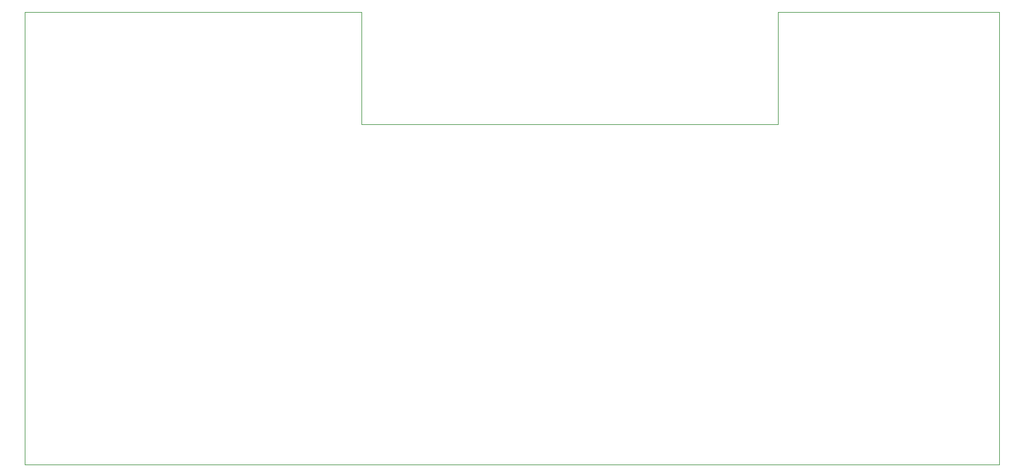
<source format=gm1>
G04 #@! TF.GenerationSoftware,KiCad,Pcbnew,8.0.6*
G04 #@! TF.CreationDate,2025-06-21T10:27:38-07:00*
G04 #@! TF.ProjectId,complete_EPG,636f6d70-6c65-4746-955f-4550472e6b69,rev?*
G04 #@! TF.SameCoordinates,Original*
G04 #@! TF.FileFunction,Profile,NP*
%FSLAX46Y46*%
G04 Gerber Fmt 4.6, Leading zero omitted, Abs format (unit mm)*
G04 Created by KiCad (PCBNEW 8.0.6) date 2025-06-21 10:27:38*
%MOMM*%
%LPD*%
G01*
G04 APERTURE LIST*
G04 #@! TA.AperFunction,Profile*
%ADD10C,0.100000*%
G04 #@! TD*
G04 APERTURE END LIST*
D10*
X65788000Y-28817000D02*
X60308000Y-28817000D01*
X13153000Y-13057000D02*
X13153000Y-76557000D01*
X118678000Y-28817000D02*
X65787999Y-28817000D01*
X149678000Y-76557000D02*
X149678000Y-13057000D01*
X60328000Y-13057000D02*
X13153000Y-13057000D01*
X118678000Y-13057000D02*
X118678000Y-28817000D01*
X60308000Y-28817000D02*
X60328000Y-13057000D01*
X149678000Y-13057000D02*
X118678000Y-13057000D01*
X13153000Y-76557000D02*
X149678000Y-76557000D01*
M02*

</source>
